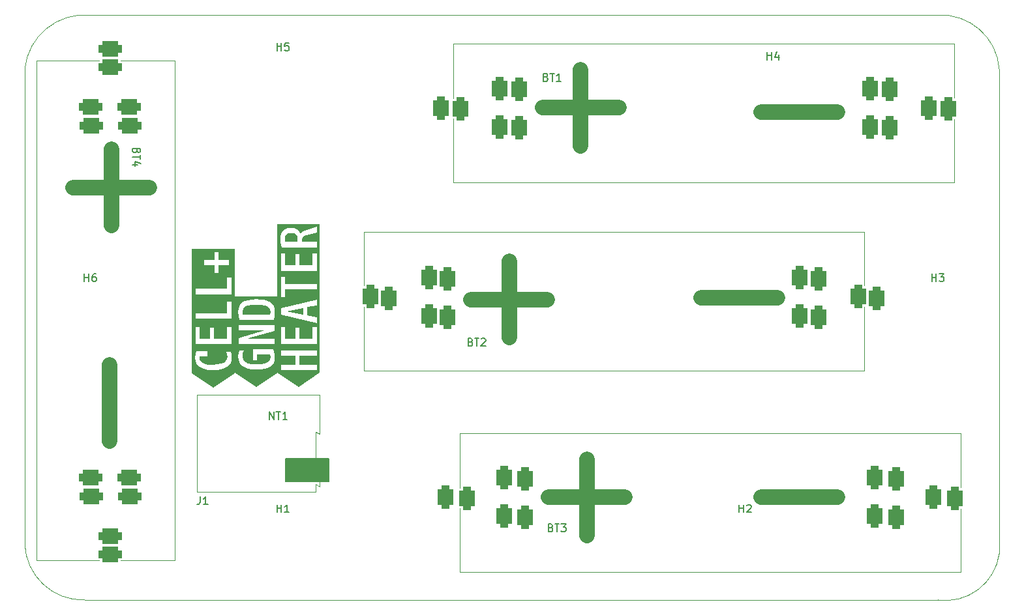
<source format=gbr>
%TF.GenerationSoftware,KiCad,Pcbnew,(6.0.7)*%
%TF.CreationDate,2022-11-15T13:11:22+02:00*%
%TF.ProjectId,Cell_Holder_Board_V2,43656c6c-5f48-46f6-9c64-65725f426f61,rev?*%
%TF.SameCoordinates,Original*%
%TF.FileFunction,Legend,Top*%
%TF.FilePolarity,Positive*%
%FSLAX46Y46*%
G04 Gerber Fmt 4.6, Leading zero omitted, Abs format (unit mm)*
G04 Created by KiCad (PCBNEW (6.0.7)) date 2022-11-15 13:11:22*
%MOMM*%
%LPD*%
G01*
G04 APERTURE LIST*
G04 Aperture macros list*
%AMRoundRect*
0 Rectangle with rounded corners*
0 $1 Rounding radius*
0 $2 $3 $4 $5 $6 $7 $8 $9 X,Y pos of 4 corners*
0 Add a 4 corners polygon primitive as box body*
4,1,4,$2,$3,$4,$5,$6,$7,$8,$9,$2,$3,0*
0 Add four circle primitives for the rounded corners*
1,1,$1+$1,$2,$3*
1,1,$1+$1,$4,$5*
1,1,$1+$1,$6,$7*
1,1,$1+$1,$8,$9*
0 Add four rect primitives between the rounded corners*
20,1,$1+$1,$2,$3,$4,$5,0*
20,1,$1+$1,$4,$5,$6,$7,0*
20,1,$1+$1,$6,$7,$8,$9,0*
20,1,$1+$1,$8,$9,$2,$3,0*%
G04 Aperture macros list end*
%ADD10C,0.150000*%
%TA.AperFunction,Profile*%
%ADD11C,0.100000*%
%TD*%
%ADD12C,2.000000*%
%ADD13C,0.120000*%
%ADD14RoundRect,0.500000X0.500000X-1.000000X0.500000X1.000000X-0.500000X1.000000X-0.500000X-1.000000X0*%
%ADD15RoundRect,0.500000X-0.500000X1.000000X-0.500000X-1.000000X0.500000X-1.000000X0.500000X1.000000X0*%
%ADD16C,5.700000*%
%ADD17C,3.600000*%
%ADD18RoundRect,0.500000X-1.000000X-0.500000X1.000000X-0.500000X1.000000X0.500000X-1.000000X0.500000X0*%
%ADD19RoundRect,0.500000X1.000000X0.500000X-1.000000X0.500000X-1.000000X-0.500000X1.000000X-0.500000X0*%
%ADD20R,1.980000X3.960000*%
%ADD21O,1.980000X3.960000*%
G04 APERTURE END LIST*
D10*
X90170000Y-106426000D02*
X95758000Y-106426000D01*
X95758000Y-106426000D02*
X95758000Y-109347000D01*
X95758000Y-109347000D02*
X90170000Y-109347000D01*
X90170000Y-109347000D02*
X90170000Y-106426000D01*
G36*
X90170000Y-106426000D02*
G01*
X95758000Y-106426000D01*
X95758000Y-109347000D01*
X90170000Y-109347000D01*
X90170000Y-106426000D01*
G37*
D11*
X56278400Y-117520400D02*
G75*
G03*
X64028400Y-124770400I7563800J318200D01*
G01*
X182778400Y-118770400D02*
X182778400Y-55770400D01*
X174778400Y-124770402D02*
G75*
G03*
X182778400Y-118770400I1010310J6986252D01*
G01*
X64028400Y-124770400D02*
X174778400Y-124770400D01*
X174778400Y-48770400D02*
X64778400Y-48770400D01*
X64778401Y-48770393D02*
G75*
G03*
X56278400Y-55770400I-731671J-7772257D01*
G01*
X56278400Y-55770400D02*
X56278400Y-117520400D01*
X182778413Y-55770399D02*
G75*
G03*
X174778400Y-48770400I-7530713J-535101D01*
G01*
D10*
%TO.C,BT2*%
X114149285Y-91241571D02*
X114292142Y-91289190D01*
X114339761Y-91336809D01*
X114387380Y-91432047D01*
X114387380Y-91574904D01*
X114339761Y-91670142D01*
X114292142Y-91717761D01*
X114196904Y-91765380D01*
X113815952Y-91765380D01*
X113815952Y-90765380D01*
X114149285Y-90765380D01*
X114244523Y-90813000D01*
X114292142Y-90860619D01*
X114339761Y-90955857D01*
X114339761Y-91051095D01*
X114292142Y-91146333D01*
X114244523Y-91193952D01*
X114149285Y-91241571D01*
X113815952Y-91241571D01*
X114673095Y-90765380D02*
X115244523Y-90765380D01*
X114958809Y-91765380D02*
X114958809Y-90765380D01*
X115530238Y-90860619D02*
X115577857Y-90813000D01*
X115673095Y-90765380D01*
X115911190Y-90765380D01*
X116006428Y-90813000D01*
X116054047Y-90860619D01*
X116101666Y-90955857D01*
X116101666Y-91051095D01*
X116054047Y-91193952D01*
X115482619Y-91765380D01*
X116101666Y-91765380D01*
D12*
X144069419Y-85485171D02*
X153974180Y-85485171D01*
X114224419Y-85713771D02*
X124129180Y-85713771D01*
X119176800Y-90666152D02*
X119176800Y-80761390D01*
D10*
%TO.C,BT1*%
X123928285Y-56824571D02*
X124071142Y-56872190D01*
X124118761Y-56919809D01*
X124166380Y-57015047D01*
X124166380Y-57157904D01*
X124118761Y-57253142D01*
X124071142Y-57300761D01*
X123975904Y-57348380D01*
X123594952Y-57348380D01*
X123594952Y-56348380D01*
X123928285Y-56348380D01*
X124023523Y-56396000D01*
X124071142Y-56443619D01*
X124118761Y-56538857D01*
X124118761Y-56634095D01*
X124071142Y-56729333D01*
X124023523Y-56776952D01*
X123928285Y-56824571D01*
X123594952Y-56824571D01*
X124452095Y-56348380D02*
X125023523Y-56348380D01*
X124737809Y-57348380D02*
X124737809Y-56348380D01*
X125880666Y-57348380D02*
X125309238Y-57348380D01*
X125594952Y-57348380D02*
X125594952Y-56348380D01*
X125499714Y-56491238D01*
X125404476Y-56586476D01*
X125309238Y-56634095D01*
D12*
X123470019Y-60770971D02*
X133374780Y-60770971D01*
X128422400Y-65723352D02*
X128422400Y-55818590D01*
X151892619Y-61380571D02*
X161797380Y-61380571D01*
D10*
%TO.C,H4*%
X152654095Y-54554380D02*
X152654095Y-53554380D01*
X152654095Y-54030571D02*
X153225523Y-54030571D01*
X153225523Y-54554380D02*
X153225523Y-53554380D01*
X154130285Y-53887714D02*
X154130285Y-54554380D01*
X153892190Y-53506761D02*
X153654095Y-54221047D01*
X154273142Y-54221047D01*
%TO.C,H6*%
X64016495Y-83372780D02*
X64016495Y-82372780D01*
X64016495Y-82848971D02*
X64587923Y-82848971D01*
X64587923Y-83372780D02*
X64587923Y-82372780D01*
X65492685Y-82372780D02*
X65302209Y-82372780D01*
X65206971Y-82420400D01*
X65159352Y-82468019D01*
X65064114Y-82610876D01*
X65016495Y-82801352D01*
X65016495Y-83182304D01*
X65064114Y-83277542D01*
X65111733Y-83325161D01*
X65206971Y-83372780D01*
X65397447Y-83372780D01*
X65492685Y-83325161D01*
X65540304Y-83277542D01*
X65587923Y-83182304D01*
X65587923Y-82944209D01*
X65540304Y-82848971D01*
X65492685Y-82801352D01*
X65397447Y-82753733D01*
X65206971Y-82753733D01*
X65111733Y-82801352D01*
X65064114Y-82848971D01*
X65016495Y-82944209D01*
%TO.C,NT1*%
X88011142Y-101290380D02*
X88011142Y-100290380D01*
X88582571Y-101290380D01*
X88582571Y-100290380D01*
X88915904Y-100290380D02*
X89487333Y-100290380D01*
X89201619Y-101290380D02*
X89201619Y-100290380D01*
X90344476Y-101290380D02*
X89773047Y-101290380D01*
X90058761Y-101290380D02*
X90058761Y-100290380D01*
X89963523Y-100433238D01*
X89868285Y-100528476D01*
X89773047Y-100576095D01*
%TO.C,H2*%
X149016495Y-113372780D02*
X149016495Y-112372780D01*
X149016495Y-112848971D02*
X149587923Y-112848971D01*
X149587923Y-113372780D02*
X149587923Y-112372780D01*
X150016495Y-112468019D02*
X150064114Y-112420400D01*
X150159352Y-112372780D01*
X150397447Y-112372780D01*
X150492685Y-112420400D01*
X150540304Y-112468019D01*
X150587923Y-112563257D01*
X150587923Y-112658495D01*
X150540304Y-112801352D01*
X149968876Y-113372780D01*
X150587923Y-113372780D01*
%TO.C,BT3*%
X124563285Y-115371571D02*
X124706142Y-115419190D01*
X124753761Y-115466809D01*
X124801380Y-115562047D01*
X124801380Y-115704904D01*
X124753761Y-115800142D01*
X124706142Y-115847761D01*
X124610904Y-115895380D01*
X124229952Y-115895380D01*
X124229952Y-114895380D01*
X124563285Y-114895380D01*
X124658523Y-114943000D01*
X124706142Y-114990619D01*
X124753761Y-115085857D01*
X124753761Y-115181095D01*
X124706142Y-115276333D01*
X124658523Y-115323952D01*
X124563285Y-115371571D01*
X124229952Y-115371571D01*
X125087095Y-114895380D02*
X125658523Y-114895380D01*
X125372809Y-115895380D02*
X125372809Y-114895380D01*
X125896619Y-114895380D02*
X126515666Y-114895380D01*
X126182333Y-115276333D01*
X126325190Y-115276333D01*
X126420428Y-115323952D01*
X126468047Y-115371571D01*
X126515666Y-115466809D01*
X126515666Y-115704904D01*
X126468047Y-115800142D01*
X126420428Y-115847761D01*
X126325190Y-115895380D01*
X126039476Y-115895380D01*
X125944238Y-115847761D01*
X125896619Y-115800142D01*
D12*
X151841819Y-111418571D02*
X161746580Y-111418571D01*
X124295519Y-111401571D02*
X134200280Y-111401571D01*
X129247900Y-116353952D02*
X129247900Y-106449190D01*
D10*
%TO.C,BT4*%
X70810428Y-66397285D02*
X70762809Y-66540142D01*
X70715190Y-66587761D01*
X70619952Y-66635380D01*
X70477095Y-66635380D01*
X70381857Y-66587761D01*
X70334238Y-66540142D01*
X70286619Y-66444904D01*
X70286619Y-66063952D01*
X71286619Y-66063952D01*
X71286619Y-66397285D01*
X71239000Y-66492523D01*
X71191380Y-66540142D01*
X71096142Y-66587761D01*
X71000904Y-66587761D01*
X70905666Y-66540142D01*
X70858047Y-66492523D01*
X70810428Y-66397285D01*
X70810428Y-66063952D01*
X71286619Y-66921095D02*
X71286619Y-67492523D01*
X70286619Y-67206809D02*
X71286619Y-67206809D01*
X70953285Y-68254428D02*
X70286619Y-68254428D01*
X71334238Y-68016333D02*
X70619952Y-67778238D01*
X70619952Y-68397285D01*
D12*
X67524428Y-66193019D02*
X67524428Y-76097780D01*
X62572047Y-71145400D02*
X72476809Y-71145400D01*
X67270428Y-94183819D02*
X67270428Y-104088580D01*
D10*
%TO.C,J1*%
X79041666Y-111339380D02*
X79041666Y-112053666D01*
X78994047Y-112196523D01*
X78898809Y-112291761D01*
X78755952Y-112339380D01*
X78660714Y-112339380D01*
X80041666Y-112339380D02*
X79470238Y-112339380D01*
X79755952Y-112339380D02*
X79755952Y-111339380D01*
X79660714Y-111482238D01*
X79565476Y-111577476D01*
X79470238Y-111625095D01*
%TO.C,H1*%
X89016495Y-113372780D02*
X89016495Y-112372780D01*
X89016495Y-112848971D02*
X89587923Y-112848971D01*
X89587923Y-113372780D02*
X89587923Y-112372780D01*
X90587923Y-113372780D02*
X90016495Y-113372780D01*
X90302209Y-113372780D02*
X90302209Y-112372780D01*
X90206971Y-112515638D01*
X90111733Y-112610876D01*
X90016495Y-112658495D01*
%TO.C,H3*%
X174016495Y-83372780D02*
X174016495Y-82372780D01*
X174016495Y-82848971D02*
X174587923Y-82848971D01*
X174587923Y-83372780D02*
X174587923Y-82372780D01*
X174968876Y-82372780D02*
X175587923Y-82372780D01*
X175254590Y-82753733D01*
X175397447Y-82753733D01*
X175492685Y-82801352D01*
X175540304Y-82848971D01*
X175587923Y-82944209D01*
X175587923Y-83182304D01*
X175540304Y-83277542D01*
X175492685Y-83325161D01*
X175397447Y-83372780D01*
X175111733Y-83372780D01*
X175016495Y-83325161D01*
X174968876Y-83277542D01*
%TO.C,H5*%
X89016495Y-53372780D02*
X89016495Y-52372780D01*
X89016495Y-52848971D02*
X89587923Y-52848971D01*
X89587923Y-53372780D02*
X89587923Y-52372780D01*
X90540304Y-52372780D02*
X90064114Y-52372780D01*
X90016495Y-52848971D01*
X90064114Y-52801352D01*
X90159352Y-52753733D01*
X90397447Y-52753733D01*
X90492685Y-52801352D01*
X90540304Y-52848971D01*
X90587923Y-52944209D01*
X90587923Y-53182304D01*
X90540304Y-53277542D01*
X90492685Y-53325161D01*
X90397447Y-53372780D01*
X90159352Y-53372780D01*
X90064114Y-53325161D01*
X90016495Y-53277542D01*
D13*
%TO.C,BT2*%
X100265800Y-76970600D02*
X165265800Y-76970600D01*
X165265800Y-76970600D02*
X165265800Y-94970600D01*
X165265800Y-94970600D02*
X100265800Y-94970600D01*
X100265800Y-94970600D02*
X100265800Y-76970600D01*
%TO.C,BT1*%
X111924400Y-52510400D02*
X176924400Y-52510400D01*
X176924400Y-52510400D02*
X176924400Y-70510400D01*
X176924400Y-70510400D02*
X111924400Y-70510400D01*
X111924400Y-70510400D02*
X111924400Y-52510400D01*
%TO.C,BT3*%
X112749900Y-103141000D02*
X177749900Y-103141000D01*
X177749900Y-103141000D02*
X177749900Y-121141000D01*
X177749900Y-121141000D02*
X112749900Y-121141000D01*
X112749900Y-121141000D02*
X112749900Y-103141000D01*
%TO.C,kibuzzard-63734D11*%
G36*
X91246325Y-77148267D02*
G01*
X91503500Y-77300667D01*
X91646375Y-77573717D01*
X91694000Y-77986467D01*
X91694000Y-78234117D01*
X90074750Y-78234117D01*
X90023950Y-77865817D01*
X90073956Y-77527679D01*
X90223975Y-77287967D01*
X90481944Y-77145092D01*
X90855800Y-77097467D01*
X91246325Y-77148267D01*
G37*
G36*
X92411550Y-87695617D02*
G01*
X90233500Y-87263817D01*
X90233500Y-87257467D01*
X92411550Y-86825667D01*
X92411550Y-87695617D01*
G37*
G36*
X94567375Y-75881442D02*
G01*
X94567375Y-95261642D01*
X91821000Y-97092558D01*
X89074625Y-95261642D01*
X89074625Y-93042317D01*
X89535000Y-93042317D01*
X91408250Y-93042317D01*
X91408250Y-94172617D01*
X89535000Y-94172617D01*
X89535000Y-94864767D01*
X94170500Y-94864767D01*
X94170500Y-94172617D01*
X91948000Y-94172617D01*
X91948000Y-93042317D01*
X94170500Y-93042317D01*
X94170500Y-92324767D01*
X89535000Y-92324767D01*
X89535000Y-93042317D01*
X89074625Y-93042317D01*
X89074625Y-91518317D01*
X89535000Y-91518317D01*
X94170500Y-91518317D01*
X94170500Y-89295817D01*
X93618050Y-89295817D01*
X93618050Y-90807117D01*
X91948000Y-90807117D01*
X91948000Y-89359317D01*
X91408250Y-89359317D01*
X91408250Y-90807117D01*
X90087450Y-90807117D01*
X90087450Y-89295817D01*
X89535000Y-89295817D01*
X89535000Y-91518317D01*
X89074625Y-91518317D01*
X89074625Y-87663867D01*
X89535000Y-87663867D01*
X94170500Y-88756067D01*
X94170500Y-88044867D01*
X92951300Y-87803567D01*
X92951300Y-86717717D01*
X94170500Y-86476417D01*
X94170500Y-85739817D01*
X89535000Y-86838367D01*
X89535000Y-87663867D01*
X89074625Y-87663867D01*
X89074625Y-85371517D01*
X89535000Y-85371517D01*
X90087450Y-85371517D01*
X90087450Y-84425367D01*
X94170500Y-84425367D01*
X94170500Y-83714167D01*
X90087450Y-83714167D01*
X90087450Y-82768017D01*
X89535000Y-82768017D01*
X89535000Y-85371517D01*
X89074625Y-85371517D01*
X89074625Y-81993317D01*
X89535000Y-81993317D01*
X94170500Y-81993317D01*
X94170500Y-79770817D01*
X93618050Y-79770817D01*
X93618050Y-81282117D01*
X91948000Y-81282117D01*
X91948000Y-79834317D01*
X91408250Y-79834317D01*
X91408250Y-81282117D01*
X90087450Y-81282117D01*
X90087450Y-79770817D01*
X89535000Y-79770817D01*
X89535000Y-81993317D01*
X89074625Y-81993317D01*
X89074625Y-77865817D01*
X89471500Y-77865817D01*
X89485611Y-78231294D01*
X89527944Y-78591128D01*
X89598500Y-78945317D01*
X94170500Y-78945317D01*
X94170500Y-78234117D01*
X92246450Y-78234117D01*
X92246450Y-77986467D01*
X92370275Y-77602292D01*
X92548869Y-77480848D01*
X92837000Y-77376867D01*
X94170500Y-77008567D01*
X94170500Y-76278317D01*
X92875100Y-76672017D01*
X92376625Y-76875217D01*
X92062300Y-77116517D01*
X92049600Y-77116517D01*
X91867831Y-76805367D01*
X91608275Y-76583117D01*
X91270931Y-76449767D01*
X90855800Y-76405317D01*
X90420119Y-76444475D01*
X90069811Y-76561950D01*
X89804875Y-76757742D01*
X89619667Y-77037494D01*
X89508542Y-77406853D01*
X89471500Y-77865817D01*
X89074625Y-77865817D01*
X89074625Y-75881442D01*
X94567375Y-75881442D01*
G37*
%TO.C,kibuzzard-63734D26*%
G36*
X83550125Y-79131583D02*
G01*
X83550125Y-95292333D01*
X80772000Y-97144417D01*
X77993875Y-95292333D01*
X77993875Y-93307958D01*
X78390750Y-93307958D01*
X78426965Y-93680029D01*
X78535609Y-94002490D01*
X78716684Y-94275341D01*
X78970187Y-94498583D01*
X79296121Y-94672216D01*
X79694484Y-94796240D01*
X80165277Y-94870654D01*
X80708500Y-94895458D01*
X81281488Y-94870356D01*
X81778078Y-94795049D01*
X82198270Y-94669537D01*
X82542063Y-94493821D01*
X82809457Y-94267900D01*
X83000453Y-93991774D01*
X83115051Y-93665443D01*
X83153250Y-93288908D01*
X83113563Y-92865046D01*
X82994500Y-92482458D01*
X82410300Y-92482458D01*
X82557938Y-92844408D01*
X82607150Y-93180958D01*
X82554410Y-93491403D01*
X82396189Y-93745403D01*
X82132488Y-93942958D01*
X81763306Y-94084069D01*
X81288643Y-94168736D01*
X80708500Y-94196958D01*
X80171043Y-94171382D01*
X79731306Y-94094653D01*
X79389287Y-93966771D01*
X79144989Y-93787736D01*
X78998410Y-93557549D01*
X78949550Y-93276208D01*
X78974950Y-93130158D01*
X79965550Y-93130158D01*
X79965550Y-92450708D01*
X78530450Y-92450708D01*
X78425675Y-92855521D01*
X78390750Y-93307958D01*
X77993875Y-93307958D01*
X77993875Y-91517258D01*
X78454250Y-91517258D01*
X83089750Y-91517258D01*
X83089750Y-89294758D01*
X82537300Y-89294758D01*
X82537300Y-90806058D01*
X80867250Y-90806058D01*
X80867250Y-89358258D01*
X80327500Y-89358258D01*
X80327500Y-90806058D01*
X79006700Y-90806058D01*
X79006700Y-89294758D01*
X78454250Y-89294758D01*
X78454250Y-91517258D01*
X77993875Y-91517258D01*
X77993875Y-88227958D01*
X78454250Y-88227958D01*
X83089750Y-88227958D01*
X83089750Y-86037208D01*
X82537300Y-86037208D01*
X82537300Y-87516758D01*
X78454250Y-87516758D01*
X78454250Y-88227958D01*
X77993875Y-88227958D01*
X77993875Y-85052958D01*
X78454250Y-85052958D01*
X83089750Y-85052958D01*
X83089750Y-82862208D01*
X82537300Y-82862208D01*
X82537300Y-84341758D01*
X78454250Y-84341758D01*
X78454250Y-85052958D01*
X77993875Y-85052958D01*
X77993875Y-81230258D01*
X79597250Y-81230258D01*
X80911700Y-81230258D01*
X80911700Y-82258958D01*
X81438750Y-82258958D01*
X81438750Y-81230258D01*
X82772250Y-81230258D01*
X82772250Y-80550808D01*
X81438750Y-80550808D01*
X81438750Y-79528458D01*
X80911700Y-79528458D01*
X80911700Y-80550808D01*
X79597250Y-80550808D01*
X79597250Y-81230258D01*
X77993875Y-81230258D01*
X77993875Y-79131583D01*
X83550125Y-79131583D01*
G37*
%TO.C,BT4*%
X75785000Y-54647400D02*
X57785000Y-54647400D01*
X57785000Y-54647400D02*
X57785000Y-119647400D01*
X57785000Y-119647400D02*
X75785000Y-119647400D01*
X75785000Y-119647400D02*
X75785000Y-54647400D01*
%TO.C,J1*%
X78655400Y-98094000D02*
X78655400Y-110694000D01*
X94555400Y-108044000D02*
X94055400Y-108294000D01*
X94055400Y-102894000D02*
X94555400Y-103144000D01*
X94055400Y-108294000D02*
X94055400Y-102894000D01*
X94555400Y-110044000D02*
X94555400Y-108044000D01*
X94555400Y-98094000D02*
X78655400Y-98094000D01*
X78655400Y-110694000D02*
X94055400Y-110694000D01*
X94055400Y-110694000D02*
X94055400Y-109744000D01*
X94555400Y-103144000D02*
X94555400Y-98094000D01*
X94055400Y-109744000D02*
X94555400Y-110044000D01*
%TO.C,kibuzzard-63734D02*%
G36*
X86944906Y-86415386D02*
G01*
X87442322Y-86492644D01*
X87788750Y-86621408D01*
X88093550Y-86923827D01*
X88195150Y-87367533D01*
X88138000Y-87653283D01*
X84588350Y-87653283D01*
X84531200Y-87367533D01*
X84629625Y-86927796D01*
X84924900Y-86624583D01*
X85252278Y-86494056D01*
X85709478Y-86415739D01*
X86296500Y-86389633D01*
X86944906Y-86415386D01*
G37*
G36*
X89138125Y-85300608D02*
G01*
X89138125Y-95219308D01*
X86360000Y-97071392D01*
X83581875Y-95219308D01*
X83581875Y-93107933D01*
X83978750Y-93107933D01*
X84041544Y-93631808D01*
X84229928Y-94060433D01*
X84543900Y-94393808D01*
X84867353Y-94581332D01*
X85272562Y-94715277D01*
X85759528Y-94795644D01*
X86328250Y-94822433D01*
X86893797Y-94797629D01*
X87383938Y-94723215D01*
X87798672Y-94599191D01*
X88138000Y-94425558D01*
X88401922Y-94202316D01*
X88590438Y-93929465D01*
X88703547Y-93607004D01*
X88741250Y-93234933D01*
X88716556Y-92855344D01*
X88642472Y-92495511D01*
X88519000Y-92155433D01*
X85915500Y-92155433D01*
X85915500Y-93634983D01*
X86455250Y-93634983D01*
X86455250Y-92834883D01*
X88118950Y-92834883D01*
X88195150Y-93215883D01*
X88087200Y-93603233D01*
X87763350Y-93888983D01*
X87411983Y-94019511D01*
X86933617Y-94097828D01*
X86328250Y-94123933D01*
X85736642Y-94096417D01*
X85274150Y-94013867D01*
X84940775Y-93876283D01*
X84638356Y-93560371D01*
X84537550Y-93107933D01*
X84575650Y-92718996D01*
X84689950Y-92314183D01*
X84118450Y-92314183D01*
X84013675Y-92703121D01*
X83978750Y-93107933D01*
X83581875Y-93107933D01*
X83581875Y-91488683D01*
X84042250Y-91488683D01*
X88677750Y-91488683D01*
X88677750Y-90790183D01*
X85312250Y-90790183D01*
X85312250Y-90777483D01*
X88677750Y-89786883D01*
X88677750Y-89075683D01*
X84042250Y-89075683D01*
X84042250Y-89742433D01*
X87407750Y-89742433D01*
X87407750Y-89761483D01*
X84042250Y-90752083D01*
X84042250Y-91488683D01*
X83581875Y-91488683D01*
X83581875Y-87367533D01*
X83978750Y-87367533D01*
X84010500Y-87867596D01*
X84105750Y-88364483D01*
X88614250Y-88364483D01*
X88709500Y-87886646D01*
X88741250Y-87367533D01*
X88686481Y-86840483D01*
X88522175Y-86427733D01*
X88222931Y-86114202D01*
X87763350Y-85884808D01*
X87360478Y-85780739D01*
X86871528Y-85718297D01*
X86296500Y-85697483D01*
X85702973Y-85721891D01*
X85205094Y-85795115D01*
X84802861Y-85917154D01*
X84496275Y-86088008D01*
X84208761Y-86403744D01*
X84036253Y-86830253D01*
X83978750Y-87367533D01*
X83581875Y-87367533D01*
X83581875Y-85300608D01*
X89138125Y-85300608D01*
G37*
%TD*%
%LPC*%
D14*
%TO.C,BT2*%
X101162800Y-85358600D03*
X108762800Y-82858600D03*
X108762800Y-87858600D03*
D15*
X156895800Y-82858600D03*
X164495800Y-85358600D03*
X156895800Y-87858600D03*
%TD*%
D14*
%TO.C,BT1*%
X120421400Y-58398400D03*
X120421400Y-63398400D03*
X112821400Y-60898400D03*
D15*
X168554400Y-63398400D03*
X168554400Y-58398400D03*
X176154400Y-60898400D03*
%TD*%
D16*
%TO.C,H4*%
X149778400Y-56770400D03*
D17*
X149778400Y-56770400D03*
%TD*%
%TO.C,H6*%
X64778400Y-86770400D03*
D16*
X64778400Y-86770400D03*
%TD*%
%TO.C,H2*%
X149778400Y-116770400D03*
D17*
X149778400Y-116770400D03*
%TD*%
D14*
%TO.C,BT3*%
X121246900Y-114029000D03*
X121246900Y-109029000D03*
X113646900Y-111529000D03*
D15*
X169379900Y-114029000D03*
X169379900Y-109029000D03*
X176979900Y-111529000D03*
%TD*%
D18*
%TO.C,BT4*%
X64897000Y-63144400D03*
X67397000Y-55544400D03*
X69897000Y-63144400D03*
D19*
X69897000Y-111277400D03*
X64897000Y-111277400D03*
X67397000Y-118877400D03*
%TD*%
D20*
%TO.C,J1*%
X81305400Y-104394000D03*
D21*
X86305400Y-104394000D03*
X91305400Y-104394000D03*
%TD*%
D16*
%TO.C,H1*%
X89778400Y-116770400D03*
D17*
X89778400Y-116770400D03*
%TD*%
%TO.C,H3*%
X174778400Y-86770400D03*
D16*
X174778400Y-86770400D03*
%TD*%
%TO.C,H5*%
X89778400Y-56770400D03*
D17*
X89778400Y-56770400D03*
%TD*%
D15*
%TO.C,BT7*%
X117881400Y-58318400D03*
X117881400Y-63318400D03*
X110281400Y-60818400D03*
D14*
X166014400Y-58318400D03*
X166014400Y-63318400D03*
X173614400Y-60818400D03*
%TD*%
D19*
%TO.C,BT5*%
X64833000Y-60718700D03*
X67333000Y-53118700D03*
X69833000Y-60718700D03*
D18*
X67333000Y-116451700D03*
X64833000Y-108851700D03*
X69833000Y-108851700D03*
%TD*%
D15*
%TO.C,BT6*%
X110878300Y-111381400D03*
X118478300Y-113881400D03*
X118478300Y-108881400D03*
D14*
X166611300Y-108881400D03*
X174211300Y-111381400D03*
X166611300Y-113881400D03*
%TD*%
D15*
%TO.C,BT8*%
X103550400Y-85558000D03*
X111150400Y-88058000D03*
X111150400Y-83058000D03*
D14*
X166883400Y-85558000D03*
X159283400Y-83058000D03*
X159283400Y-88058000D03*
%TD*%
M02*

</source>
